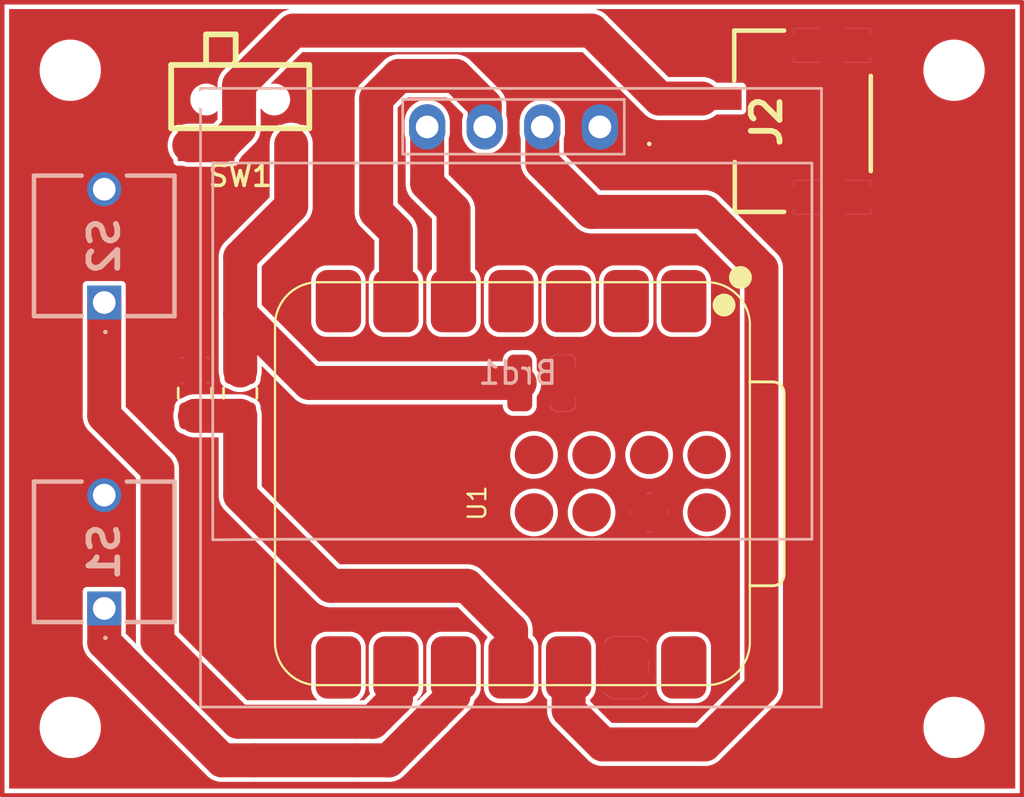
<source format=kicad_pcb>
(kicad_pcb (version 20241229) (generator "pcbnew") (generator_version "9.0")
  (layers (0 "F.Cu" signal) (2 "B.Cu" signal) (13 "F.Paste" user) (15 "B.Paste" user) (5 "F.SilkS" user "F.Silkscreen") (7 "B.SilkS" user "B.Silkscreen") (1 "F.Mask" user) (3 "B.Mask" user) (25 "Edge.Cuts" user))
  (net 0 "")
  (net 15 "GND")
  (net 16 "3V3")
  (net 17 "SWITCH_DIV_V_BATT")
  (net 18 "SWITCH_V_BATT")
  (net 19 "SDA")
  (net 20 "SCL")
  (net 21 "V_BATT")
  (net 22 "PUSH_1")
  (net 23 "PUSH_2")
  (footprint "MountingHole:MountingHole_2.2mm_M2" (layer "F.Cu") (at 161.5 94.75)
    (property "Reference" "REF**" (hide yes))
    (property "Value" "MountingHole_2.2mm_M2" (hide yes))
    (pad "" np_thru_hole circle (at 0 0) (size 2.2 2.2) (drill 2.2) (layers "*.Cu" "*.Mask"))
  )
  (footprint "Resistor_SMD:R_0805_2012Metric_Pad1.20x1.40mm_HandSolder" (layer "F.Cu") (at 130 80 -90)
    (property "Reference" "R2" (hide yes))
    (property "Value" "R" (hide yes))
    (fp_line (start -0.227064 0.735) (end 0.227064 0.735) (stroke (width 0.12)) (layer "F.SilkS"))
    (fp_line (start -0.227064 -0.735) (end 0.227064 -0.735) (stroke (width 0.12)) (layer "F.SilkS"))
    (pad "1" smd roundrect (at -1 0 270) (size 1.2 1.4) (layers "F.Cu" "F.Mask" "F.Paste") (roundrect_rratio 0.208333) (net 18 "SWITCH_V_BATT"))
    (pad "2" smd roundrect (at 1 0 270) (size 1.2 1.4) (layers "F.Cu" "F.Mask" "F.Paste") (roundrect_rratio 0.208333) (net 17 "SWITCH_DIV_V_BATT"))
  )
  (footprint "Switch:SW-SMD_3P-P1.50_L2.7-W6.6" (layer "F.Cu") (at 130 67.5 180)
    (property "Reference" "SW1" (at 0 -2.9162 0) (layer "F.SilkS") (effects (font (size 0.9144 0.9144) (thickness 0.1524))))
    (property "Value" "SK-3296S-01-L1" (hide yes))
    (fp_line (start 3.048 -0.811) (end 3.048 1.983) (stroke (width 0.254)) (layer "F.SilkS"))
    (fp_line (start 1.5067 3.332) (end 0.199 3.332) (stroke (width 0.254)) (layer "F.SilkS"))
    (fp_line (start 1.5067 1.983) (end 1.5067 3.332) (stroke (width 0.254)) (layer "F.SilkS"))
    (fp_line (start 0.199 3.332) (end 0.199 1.983) (stroke (width 0.254)) (layer "F.SilkS"))
    (fp_line (start -3.048 1.983) (end 3.048 1.983) (stroke (width 0.254)) (layer "F.SilkS"))
    (fp_line (start -3.048 1.983) (end -3.048 -0.811) (stroke (width 0.254)) (layer "F.SilkS"))
    (fp_line (start -3.048 -0.811) (end 3.048 -0.811) (stroke (width 0.254)) (layer "F.SilkS"))
    (pad "" np_thru_hole circle (at -1.4999 0.459 180) (size 0.9 0.9) (drill 0.9) (layers "*.Cu" "*.Mask"))
    (pad "" np_thru_hole circle (at 1.5001 0.459 180) (size 0.9 0.9) (drill 0.9) (layers "*.Cu" "*.Mask"))
    (pad "0" smd rect (at -3.8001 -0.6411 180) (size 1 1) (layers "F.Cu" "F.Mask" "F.Paste") (net 15 "GND"))
    (pad "0" smd rect (at -3.8001 1.5591 180) (size 1 1) (layers "F.Cu" "F.Mask" "F.Paste") (net 15 "GND"))
    (pad "0" smd rect (at 3.8001 -0.6411 180) (size 1 1) (layers "F.Cu" "F.Mask" "F.Paste") (net 15 "GND"))
    (pad "0" smd rect (at 3.8001 1.5591 180) (size 1 1) (layers "F.Cu" "F.Mask" "F.Paste") (net 15 "GND"))
    (pad "1" smd rect (at -2.2499 -1.559 180) (size 1 1.4) (layers "F.Cu" "F.Mask" "F.Paste") (net 18 "SWITCH_V_BATT"))
    (pad "2" smd rect (at 0.7501 -1.559 180) (size 1 1.4) (layers "F.Cu" "F.Mask" "F.Paste") (net 21 "V_BATT"))
    (pad "3" smd rect (at 2.2499 -1.559 180) (size 1 1.4) (layers "F.Cu" "F.Mask" "F.Paste") (net 21 "V_BATT"))
  )
  (footprint "MountingHole:MountingHole_2.2mm_M2" (layer "F.Cu") (at 161.5 65.75)
    (property "Reference" "REF**" (hide yes))
    (property "Value" "MountingHole_2.2mm_M2" (hide yes))
    (pad "" np_thru_hole circle (at 0 0) (size 2.2 2.2) (drill 2.2) (layers "*.Cu" "*.Mask"))
  )
  (footprint "MountingHole:MountingHole_2.2mm_M2" (layer "F.Cu") (at 122.5 94.75)
    (property "Reference" "REF**" (hide yes))
    (property "Value" "MountingHole_2.2mm_M2" (hide yes))
    (pad "" np_thru_hole circle (at 0 0) (size 2.2 2.2) (drill 2.2) (layers "*.Cu" "*.Mask"))
  )
  (footprint "Seeed Studio XIAO Series Library:XIAO-ESP32S3-SMD" (layer "F.Cu") (at 142 84 -90)
    (property "Reference" "U1" (at 0 2 90) (layer "F.SilkS") (effects (font (size 0.78232 0.78232) (thickness 0.10668)) (justify right top)))
    (property "Value" "XIAO-ESP32-S3-SMD")
    (fp_line (start -6.991364 10.465) (end 6.978636 10.465) (stroke (width 0.1)) (layer "F.SilkS"))
    (fp_line (start -8.896364 8.56) (end -8.896364 -8.585) (stroke (width 0.1)) (layer "F.SilkS"))
    (fp_line (start 8.883636 8.56) (end 8.883636 -8.585) (stroke (width 0.1)) (layer "F.SilkS"))
    (fp_line (start -4.501364 -10.49) (end -4.497636 -11.500272) (stroke (width 0.127)) (layer "F.SilkS"))
    (fp_line (start 6.978636 -10.49) (end -6.991364 -10.49) (stroke (width 0.1)) (layer "F.SilkS"))
    (fp_line (start 4.497636 -11.5) (end 4.497636 -10.49) (stroke (width 0.127)) (layer "F.SilkS"))
    (fp_line (start -3.997636 -12) (end 3.997636 -12) (stroke (width 0.127)) (layer "F.SilkS"))
    (fp_arc (start -6.991364 10.465) (mid -8.338402 9.907038) (end -8.896364 8.56) (stroke (width 0.1)) (layer "F.SilkS"))
    (fp_arc (start 8.883636 8.56) (mid 8.325674 9.907038) (end 6.978636 10.465) (stroke (width 0.1)) (layer "F.SilkS"))
    (fp_arc (start -8.896364 -8.589) (mid -8.338402 -9.936038) (end -6.991364 -10.494) (stroke (width 0.1)) (layer "F.SilkS"))
    (fp_arc (start 6.978636 -10.49) (mid 8.325674 -9.932038) (end 8.883636 -8.585) (stroke (width 0.1)) (layer "F.SilkS"))
    (fp_arc (start -4.497636 -11.500272) (mid -4.351088 -11.853644) (end -3.997636 -12) (stroke (width 0.127)) (layer "F.SilkS"))
    (fp_arc (start 3.997636 -12) (mid 4.351189 -11.853553) (end 4.497636 -11.5) (stroke (width 0.127)) (layer "F.SilkS"))
    (fp_circle (center -7.889364 -9.351) (end -7.889364 -9.605) (stroke (width 0.5)) (fill yes) (layer "F.SilkS"))
    (fp_circle (center -9.106364 -10.074) (end -9.106364 -10.328) (stroke (width 0.5)) (fill yes) (layer "F.SilkS"))
    (pad "1" smd roundrect (at -8.061364 -7.573 270) (size 2.75 2) (layers "F.Cu" "F.Mask" "F.Paste"))
    (pad "2" smd roundrect (at -8.061364 -5.033 270) (size 2.75 2) (layers "F.Cu" "F.Mask" "F.Paste"))
    (pad "3" smd roundrect (at -8.061364 -2.493 270) (size 2.75 2) (layers "F.Cu" "F.Mask" "F.Paste"))
    (pad "4" smd roundrect (at -8.061364 0.047 270) (size 2.75 2) (layers "F.Cu" "F.Mask" "F.Paste"))
    (pad "5" smd roundrect (at -8.061364 2.587 270) (size 2.75 2) (layers "F.Cu" "F.Mask" "F.Paste") (net 19 "SDA"))
    (pad "6" smd roundrect (at -8.061364 5.127 270) (size 2.75 2) (layers "F.Cu" "F.Mask" "F.Paste") (net 20 "SCL"))
    (pad "7" smd roundrect (at -8.061364 7.667 270) (size 2.75 2) (layers "F.Cu" "F.Mask" "F.Paste"))
    (pad "8" smd roundrect (at 8.103636 7.667 270) (size 2.75 2) (layers "F.Cu" "F.Mask" "F.Paste"))
    (pad "9" smd roundrect (at 8.103636 5.127 270) (size 2.75 2) (layers "F.Cu" "F.Mask" "F.Paste") (net 23 "PUSH_2"))
    (pad "10" smd roundrect (at 8.103636 2.587 270) (size 2.75 2) (layers "F.Cu" "F.Mask" "F.Paste") (net 22 "PUSH_1"))
    (pad "11" smd roundrect (at 8.103636 0.047 270) (size 2.75 2) (layers "F.Cu" "F.Mask" "F.Paste") (net 17 "SWITCH_DIV_V_BATT"))
    (pad "12" smd roundrect (at 8.103636 -2.493 270) (size 2.75 2) (layers "F.Cu" "F.Mask" "F.Paste") (net 16 "3V3"))
    (pad "13" smd roundrect (at 8.103636 -5.033 270) (size 2.75 2) (layers "F.Cu" "F.Mask" "F.Paste") (net 15 "GND"))
    (pad "14" smd roundrect (at 8.103636 -7.573 270) (size 2.75 2) (layers "F.Cu" "F.Mask" "F.Paste"))
    (pad "15" smd roundrect (at -4.451364 -0.335 90) (size 2.5 1.1) (layers "F.Cu" "F.Mask" "F.Paste") (net 18 "SWITCH_V_BATT"))
    (pad "16" smd roundrect (at -4.451364 -2.24 90) (size 2.5 1.1) (layers "F.Cu" "F.Mask" "F.Paste") (net 15 "GND"))
    (pad "17" smd circle (at -1.276364 -8.585 270) (size 1.7 1.7) (layers "F.Cu" "F.Mask" "F.Paste"))
    (pad "18" smd circle (at 1.263636 -8.585 270) (size 1.7 1.7) (layers "F.Cu" "F.Mask" "F.Paste"))
    (pad "19" smd circle (at -1.276364 -6.045 270) (size 1.7 1.7) (layers "F.Cu" "F.Mask" "F.Paste"))
    (pad "20" smd circle (at 1.263636 -6.045 270) (size 1.7 1.7) (layers "F.Cu" "F.Mask" "F.Paste") (net 15 "GND"))
    (pad "21" smd circle (at -1.276364 -3.505 270) (size 1.7 1.7) (layers "F.Cu" "F.Mask" "F.Paste"))
    (pad "22" smd circle (at 1.263636 -3.505 270) (size 1.7 1.7) (layers "F.Cu" "F.Mask" "F.Paste"))
    (pad "23" smd circle (at -1.276364 -0.965 270) (size 1.7 1.7) (layers "F.Cu" "F.Mask" "F.Paste"))
    (pad "24" smd circle (at 1.263636 -0.965 270) (size 1.7 1.7) (layers "F.Cu" "F.Mask" "F.Paste"))
  )
  (footprint "MountingHole:MountingHole_2.2mm_M2" (layer "F.Cu") (at 122.5 65.75)
    (property "Reference" "REF**" (hide yes))
    (property "Value" "MountingHole_2.2mm_M2" (hide yes))
    (pad "" np_thru_hole circle (at 0 0) (size 2.2 2.2) (drill 2.2) (layers "*.Cu" "*.Mask"))
  )
  (footprint "KiCad-lipo:A2001WRS2PSMT" (layer "F.Cu") (at 154 68 -90)
    (property "Reference" "J2" (at 0 0.775 270) (layer "F.SilkS") (effects (font (size 1.27 1.27) (thickness 0.254))))
    (property "Value" "A2001WR-S-2P_SMT" (hide yes))
    (fp_line (start 1 6) (end 1 6) (stroke (width 0.1)) (layer "F.SilkS"))
    (fp_line (start 1 5.9) (end 1 5.9) (stroke (width 0.1)) (layer "F.SilkS"))
    (fp_line (start -4 2.2) (end -1.8 2.2) (stroke (width 0.2)) (layer "F.SilkS"))
    (fp_line (start 1.8 2.175) (end 4 2.175) (stroke (width 0.2)) (layer "F.SilkS"))
    (fp_line (start 4 2.175) (end 4 0) (stroke (width 0.2)) (layer "F.SilkS"))
    (fp_line (start -4 0) (end -4 2.2) (stroke (width 0.2)) (layer "F.SilkS"))
    (fp_line (start 2.2 -3.825) (end -2 -3.825) (stroke (width 0.2)) (layer "F.SilkS"))
    (fp_arc (start 1 6) (mid 0.95 5.95) (end 1 5.9) (stroke (width 0.1)) (layer "F.SilkS"))
    (fp_arc (start 1 5.9) (mid 1.05 5.95) (end 1 6) (stroke (width 0.1)) (layer "F.SilkS"))
    (pad "1" smd rect (at 1 3.625 270) (size 1 3.5) (layers "F.Cu" "F.Mask" "F.Paste") (net 15 "GND"))
    (pad "2" smd rect (at -1 3.625 270) (size 1 3.5) (layers "F.Cu" "F.Mask" "F.Paste") (net 21 "V_BATT"))
    (pad "3" smd rect (at 3.35 -2.125 270) (size 1.5 3.4) (layers "F.Cu" "F.Mask" "F.Paste") (net 15 "GND"))
    (pad "4" smd rect (at -3.35 -2.125 270) (size 1.5 3.4) (layers "F.Cu" "F.Mask" "F.Paste") (net 15 "GND"))
  )
  (footprint "Resistor_SMD:R_0805_2012Metric_Pad1.20x1.40mm_HandSolder" (layer "F.Cu") (at 128 80 90)
    (property "Reference" "R1" (hide yes))
    (property "Value" "R" (hide yes))
    (fp_line (start -0.227064 -0.735) (end 0.227064 -0.735) (stroke (width 0.12)) (layer "F.SilkS"))
    (fp_line (start -0.227064 0.735) (end 0.227064 0.735) (stroke (width 0.12)) (layer "F.SilkS"))
    (pad "1" smd roundrect (at -1 0 90) (size 1.2 1.4) (layers "F.Cu" "F.Mask" "F.Paste") (roundrect_rratio 0.208333) (net 17 "SWITCH_DIV_V_BATT"))
    (pad "2" smd roundrect (at 1 0 90) (size 1.2 1.4) (layers "F.Cu" "F.Mask" "F.Paste") (roundrect_rratio 0.208333) (net 15 "GND"))
  )
  (footprint "KiCad-push:DTST63KV" (layer "B.Cu") (at 124 76 90)
    (property "Reference" "S2" (at 2.5 0 270) (layer "B.SilkS") (effects (font (size 1.27 1.27) (thickness 0.254)) (justify mirror)))
    (property "Value" "DTST-63K-V" (hide yes))
    (fp_line (start 5.6 -3.1) (end 5.6 -1) (stroke (width 0.2)) (layer "B.SilkS"))
    (fp_line (start -0.6 -3.1) (end 5.6 -3.1) (stroke (width 0.2)) (layer "B.SilkS"))
    (fp_line (start -0.6 -1) (end -0.6 -3.1) (stroke (width 0.2)) (layer "B.SilkS"))
    (fp_line (start -1.3 0) (end -1.3 0) (stroke (width 0.1)) (layer "B.SilkS"))
    (fp_line (start -1.3 0.1) (end -1.3 0.1) (stroke (width 0.1)) (layer "B.SilkS"))
    (fp_line (start 5.6 1) (end 5.6 3.1) (stroke (width 0.2)) (layer "B.SilkS"))
    (fp_line (start 5.6 3.1) (end -0.6 3.1) (stroke (width 0.2)) (layer "B.SilkS"))
    (fp_line (start -0.6 3.1) (end -0.6 1) (stroke (width 0.2)) (layer "B.SilkS"))
    (fp_arc (start -1.3 0) (mid -1.25 0.05) (end -1.3 0.1) (stroke (width 0.1)) (layer "B.SilkS"))
    (fp_arc (start -1.3 0.1) (mid -1.35 0.05) (end -1.3 0) (stroke (width 0.1)) (layer "B.SilkS"))
    (pad "1" thru_hole rect (at 0 0 90) (size 1.5 1.5) (drill 1) (layers "*.Cu" "*.Mask") (net 23 "PUSH_2"))
    (pad "2" thru_hole circle (at 5 0 90) (size 1.5 1.5) (drill 1) (layers "*.Cu" "*.Mask") (net 15 "GND"))
  )
  (footprint "SSD1306:128x64OLED" (layer "B.Cu") (at 142.25 78.85 180)
    (property "Reference" "Brd1" (at 0 -0.254 0) (layer "B.SilkS") (effects (justify mirror)))
    (property "Value" "SSD1306")
    (fp_line (start 14 12.3) (end 14 -15) (stroke (width 0.12)) (layer "B.SilkS"))
    (fp_line (start 14 -15) (end -13.4 -15) (stroke (width 0.12)) (layer "B.SilkS"))
    (fp_line (start 13.462 9.017) (end 13.208 9.005) (stroke (width 0.12)) (layer "B.SilkS"))
    (fp_line (start 13.462 -7.62) (end 13.462 9.017) (stroke (width 0.12)) (layer "B.SilkS"))
    (fp_line (start 10.122 9.005) (end 13.208 9.005) (stroke (width 0.12)) (layer "B.SilkS"))
    (fp_line (start 10.122 -7.595) (end 13.462 -7.62) (stroke (width 0.12)) (layer "B.SilkS"))
    (fp_line (start 10.122 -7.595) (end -12.978 -7.595) (stroke (width 0.12)) (layer "B.SilkS"))
    (fp_line (start 5.08 11.811) (end 5.08 9.398) (stroke (width 0.12)) (layer "B.SilkS"))
    (fp_line (start 5.08 9.398) (end -4.699 9.398) (stroke (width 0.12)) (layer "B.SilkS"))
    (fp_line (start -4.699 11.811) (end 5.08 11.811) (stroke (width 0.12)) (layer "B.SilkS"))
    (fp_line (start -4.699 11.811) (end -4.699 9.398) (stroke (width 0.12)) (layer "B.SilkS"))
    (fp_line (start -12.978 9.005) (end 10.122 9.005) (stroke (width 0.12)) (layer "B.SilkS"))
    (fp_line (start -12.978 -7.595) (end -12.978 9.005) (stroke (width 0.12)) (layer "B.SilkS"))
    (fp_line (start -13.4 12.3) (end 14 12.3) (stroke (width 0.12)) (layer "B.SilkS"))
    (fp_line (start -13.4 -15) (end -13.4 12.3) (stroke (width 0.12)) (layer "B.SilkS"))
    (pad "1" thru_hole oval (at -3.62 10.6 90) (size 2 1.6) (drill 1) (layers "*.Cu" "*.Mask") (net 15 "GND"))
    (pad "2" thru_hole oval (at -1.08 10.6 90) (size 2 1.6) (drill 1) (layers "*.Cu" "*.Mask") (net 16 "3V3"))
    (pad "3" thru_hole oval (at 1.46 10.6 90) (size 2 1.6) (drill 1) (layers "*.Cu" "*.Mask") (net 20 "SCL"))
    (pad "4" thru_hole oval (at 4 10.6 90) (size 2 1.6) (drill 1) (layers "*.Cu" "*.Mask") (net 19 "SDA"))
  )
  (footprint "KiCad-push:DTST63KV" (layer "B.Cu") (at 124 89.5 90)
    (property "Reference" "S1" (at 2.5 0 270) (layer "B.SilkS") (effects (font (size 1.27 1.27) (thickness 0.254)) (justify mirror)))
    (property "Value" "DTST-63K-V" (hide yes))
    (fp_line (start 5.6 -3.1) (end 5.6 -1) (stroke (width 0.2)) (layer "B.SilkS"))
    (fp_line (start -0.6 -3.1) (end 5.6 -3.1) (stroke (width 0.2)) (layer "B.SilkS"))
    (fp_line (start -0.6 -1) (end -0.6 -3.1) (stroke (width 0.2)) (layer "B.SilkS"))
    (fp_line (start -1.3 0) (end -1.3 0) (stroke (width 0.1)) (layer "B.SilkS"))
    (fp_line (start -1.3 0.1) (end -1.3 0.1) (stroke (width 0.1)) (layer "B.SilkS"))
    (fp_line (start 5.6 1) (end 5.6 3.1) (stroke (width 0.2)) (layer "B.SilkS"))
    (fp_line (start 5.6 3.1) (end -0.6 3.1) (stroke (width 0.2)) (layer "B.SilkS"))
    (fp_line (start -0.6 3.1) (end -0.6 1) (stroke (width 0.2)) (layer "B.SilkS"))
    (fp_arc (start -1.3 0) (mid -1.25 0.05) (end -1.3 0.1) (stroke (width 0.1)) (layer "B.SilkS"))
    (fp_arc (start -1.3 0.1) (mid -1.35 0.05) (end -1.3 0) (stroke (width 0.1)) (layer "B.SilkS"))
    (pad "1" thru_hole rect (at 0 0 90) (size 1.5 1.5) (drill 1) (layers "*.Cu" "*.Mask") (net 22 "PUSH_1"))
    (pad "2" thru_hole circle (at 5 0 90) (size 1.5 1.5) (drill 1) (layers "*.Cu" "*.Mask") (net 15 "GND"))
  )
  (gr_rect (start 119.5 62.75) (end 164.5 97.75) (stroke (width 0.2)) (fill no) (layer "F.Cu"))
  (segment (start 150.5 72) (end 145.5 72) (width 1.5) (layer "F.Cu") (net 16))
  (segment (start 145.5 72) (end 143.33 69.83) (width 1.5) (layer "F.Cu") (net 16))
  (segment (start 153 93) (end 153 74.5) (width 1.5) (layer "F.Cu") (net 16))
  (segment (start 144.493 93.993) (end 146 95.5) (width 1.5) (layer "F.Cu") (net 16))
  (segment (start 143.33 69.83) (end 143.33 68.25) (width 1.5) (layer "F.Cu") (net 16))
  (segment (start 153 74.5) (end 150.5 72) (width 1.5) (layer "F.Cu") (net 16))
  (segment (start 146 95.5) (end 150.5 95.5) (width 1.5) (layer "F.Cu") (net 16))
  (segment (start 144.493 92.103636) (end 144.493 93.993) (width 1.5) (layer "F.Cu") (net 16))
  (segment (start 150.5 95.5) (end 153 93) (width 1.5) (layer "F.Cu") (net 16))
  (segment (start 141.953 90.453) (end 140 88.5) (width 1.5) (layer "F.Cu") (net 17))
  (segment (start 134 88.5) (end 130 84.5) (width 1.5) (layer "F.Cu") (net 17))
  (segment (start 130 81) (end 128 81) (width 1.5) (layer "F.Cu") (net 17))
  (segment (start 130 84.5) (end 130 81) (width 1.5) (layer "F.Cu") (net 17))
  (segment (start 141.953 92.103636) (end 141.953 90.453) (width 1.5) (layer "F.Cu") (net 17))
  (segment (start 140 88.5) (end 134 88.5) (width 1.5) (layer "F.Cu") (net 17))
  (segment (start 133.048636 79.548636) (end 130 76.5) (width 1.5) (layer "F.Cu") (net 18))
  (segment (start 130 74) (end 132.2499 71.7501) (width 1.5) (layer "F.Cu") (net 18))
  (segment (start 130 76.5) (end 130 79) (width 1.5) (layer "F.Cu") (net 18))
  (segment (start 130 76.5) (end 130 74) (width 1.5) (layer "F.Cu") (net 18))
  (segment (start 142.335 79.548636) (end 133.048636 79.548636) (width 1.5) (layer "F.Cu") (net 18))
  (segment (start 132.2499 71.7501) (end 132.2499 69.018) (width 1.5) (layer "F.Cu") (net 18))
  (segment (start 139.413 71.913) (end 138.25 70.75) (width 1.5) (layer "F.Cu") (net 19))
  (segment (start 138.25 70.75) (end 138.25 68.25) (width 1.5) (layer "F.Cu") (net 19))
  (segment (start 139.413 75.938636) (end 139.413 71.913) (width 1.5) (layer "F.Cu") (net 19))
  (segment (start 136 67) (end 137 66) (width 1.5) (layer "F.Cu") (net 20))
  (segment (start 137 66) (end 139.5 66) (width 1.5) (layer "F.Cu") (net 20))
  (segment (start 136.873 75.938636) (end 136.873 72.873) (width 1.5) (layer "F.Cu") (net 20))
  (segment (start 136 72) (end 136 67) (width 1.5) (layer "F.Cu") (net 20))
  (segment (start 139.5 66) (end 140.79 67.29) (width 1.5) (layer "F.Cu") (net 20))
  (segment (start 136.873 72.873) (end 136 72) (width 1.5) (layer "F.Cu") (net 20))
  (segment (start 140.79 67.79) (end 140.79 68.25) (width 1) (layer "F.Cu") (net 20))
  (segment (start 140.79 67.29) (end 140.79 68.25) (width 1.5) (layer "F.Cu") (net 20))
  (segment (start 129.2499 69.059) (end 127.7501 69.059) (width 1.5) (layer "F.Cu") (net 21))
  (segment (start 129.9509 68.317) (end 129.2499 69.018) (width 1.5) (layer "F.Cu") (net 21))
  (segment (start 132.349876 64) (end 129.9509 66.398976) (width 1.5) (layer "F.Cu") (net 21))
  (segment (start 145.5 64) (end 132.349876 64) (width 1.5) (layer "F.Cu") (net 21))
  (segment (start 150.375 67) (end 148.5 67) (width 1.5) (layer "F.Cu") (net 21))
  (segment (start 129.9509 66.398976) (end 129.9509 68.317) (width 1.5) (layer "F.Cu") (net 21))
  (segment (start 148.5 67) (end 145.5 64) (width 1.5) (layer "F.Cu") (net 21))
  (segment (start 136.556214 96.201) (end 137.552636 95.204577) (width 1.5) (layer "F.Cu") (net 22))
  (segment (start 135.147058 96.201) (end 136.549 96.201) (width 1.5) (layer "F.Cu") (net 22))
  (segment (start 124 91) (end 124.648 91.648) (width 1.5) (layer "F.Cu") (net 22))
  (segment (start 130.610156 96.201) (end 135.147058 96.201) (width 1.5) (layer "F.Cu") (net 22))
  (segment (start 138.574 94.176) (end 139.413 93.337) (width 1.5) (layer "F.Cu") (net 22))
  (segment (start 139.413 93.337) (end 139.413 92.103636) (width 1.5) (layer "F.Cu") (net 22))
  (segment (start 129.201001 96.201) (end 129.201 96.201) (width 1.5) (layer "F.Cu") (net 22))
  (segment (start 138.574 94.183214) (end 138.574 94.183213) (width 1.5) (layer "F.Cu") (net 22))
  (segment (start 137.552636 95.204577) (end 137.577577 95.179636) (width 1.5) (layer "F.Cu") (net 22))
  (segment (start 124 89.5) (end 124 91) (width 1.5) (layer "F.Cu") (net 22))
  (segment (start 136.556213 96.201) (end 136.556214 96.201) (width 1.5) (layer "F.Cu") (net 22))
  (segment (start 138.574 94.183213) (end 138.574 94.176) (width 1.5) (layer "F.Cu") (net 22))
  (segment (start 124.648 91.648) (end 129.201001 96.201) (width 1.5) (layer "F.Cu") (net 22))
  (segment (start 137.577577 95.179636) (end 138.574 94.183214) (width 1.5) (layer "F.Cu") (net 22))
  (segment (start 136.549 96.201) (end 136.556213 96.201) (width 1.5) (layer "F.Cu") (net 22))
  (segment (start 129.201001 96.201) (end 130.610156 96.201) (width 1.5) (layer "F.Cu") (net 22))
  (segment (start 126.349 90.943422) (end 129.905578 94.5) (width 1.5) (layer "F.Cu") (net 23))
  (segment (start 135.851636 94.5) (end 136.873 93.478636) (width 1.5) (layer "F.Cu") (net 23))
  (segment (start 129.905578 94.5) (end 135.851636 94.5) (width 1.5) (layer "F.Cu") (net 23))
  (segment (start 136.873 93.478636) (end 136.873 92.103636) (width 1.5) (layer "F.Cu") (net 23))
  (segment (start 124 76) (end 124 81) (width 1.5) (layer "F.Cu") (net 23))
  (segment (start 126.349 83.349) (end 126.349 90.943422) (width 1.5) (layer "F.Cu") (net 23))
  (segment (start 124 81) (end 126.349 83.349) (width 1.5) (layer "F.Cu") (net 23))
  (zone (net 15) (net_name "GND") (layer "F.Cu") (connect_pads (clearance 0.025)) (min_thickness 0.025) (fill yes (thermal_gap 0) (thermal_bridge_width 1))
    (polygon (pts (xy 119.5 62.75) (xy 119.5 97.75) (xy 164.5 97.75) (xy 164.5 62.75)))
  )
)
</source>
